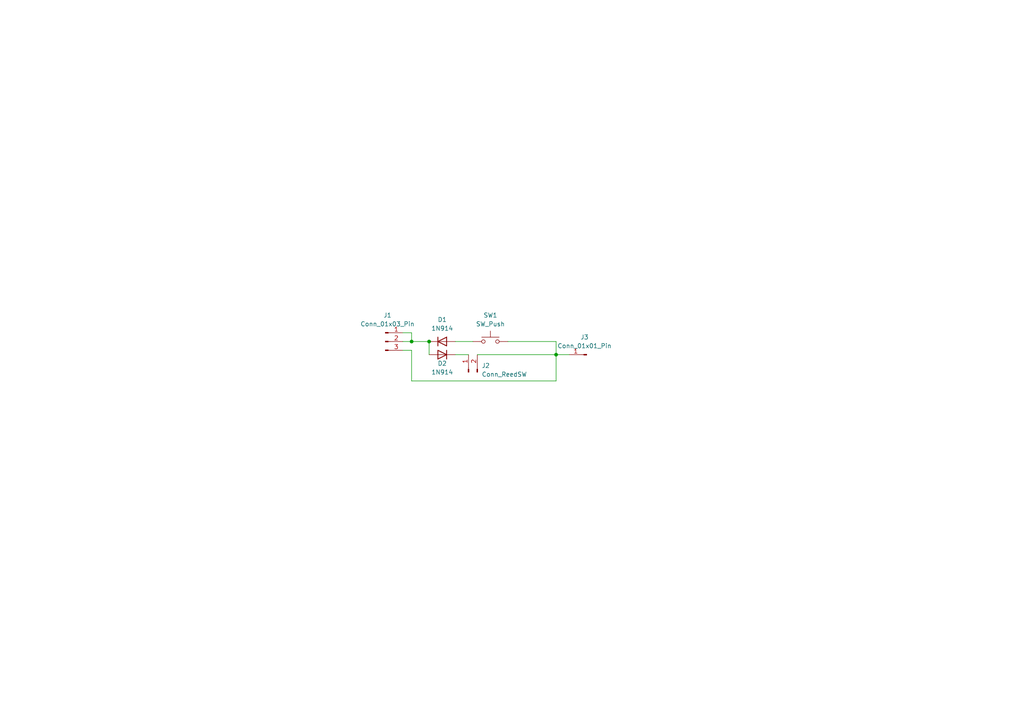
<source format=kicad_sch>
(kicad_sch (version 20230121) (generator eeschema)
  (paper "A4")
  (title_block (title "Trapdoor Grid") (date "2024-01-10") (rev "0.1") (company "Bangor University"))
  (lib_symbols
    (symbol "Connector:Conn_01x01_Pin" (pin_names (offset 1.016) hide)
      (property "Reference" "J" (at 0 2.54 0))
      (property "Value" "Conn_01x01_Pin" (at 0 -2.54 0))
      (symbol "Conn_01x01_Pin_1_1"
        (polyline (pts (xy 1.27 0) (xy 0.8636 0)) (stroke (width 0.1524)))
        (rectangle (start 0.8636 0.127) (end 0 -0.127) (stroke (width 0.1524)) (fill (type outline)))
        (pin passive line (at 5.08 0 180) (length 3.81) (name "Pin_1") (number "1"))
      )
    )
    (symbol "Connector:Conn_01x02_Pin" (pin_names (offset 1.016) hide)
      (property "Reference" "J" (at 0 2.54 0))
      (property "Value" "Conn_01x02_Pin" (at 0 -5.08 0))
      (symbol "Conn_01x02_Pin_1_1"
        (polyline (pts (xy 1.27 -2.54) (xy 0.8636 -2.54)) (stroke (width 0.1524)))
        (polyline (pts (xy 1.27 0) (xy 0.8636 0)) (stroke (width 0.1524)))
        (rectangle (start 0.8636 -2.413) (end 0 -2.667) (stroke (width 0.1524)) (fill (type outline)))
        (rectangle (start 0.8636 0.127) (end 0 -0.127) (stroke (width 0.1524)) (fill (type outline)))
        (pin passive line (at 5.08 0 180) (length 3.81) (name "Pin_1") (number "1"))
        (pin passive line (at 5.08 -2.54 180) (length 3.81) (name "Pin_2") (number "2"))
      )
    )
    (symbol "Connector:Conn_01x03_Pin" (pin_names (offset 1.016) hide)
      (property "Reference" "J" (at 0 5.08 0))
      (property "Value" "Conn_01x03_Pin" (at 0 -5.08 0))
      (symbol "Conn_01x03_Pin_1_1"
        (polyline (pts (xy 1.27 -2.54) (xy 0.8636 -2.54)) (stroke (width 0.1524)))
        (polyline (pts (xy 1.27 0) (xy 0.8636 0)) (stroke (width 0.1524)))
        (polyline (pts (xy 1.27 2.54) (xy 0.8636 2.54)) (stroke (width 0.1524)))
        (rectangle (start 0.8636 -2.413) (end 0 -2.667) (stroke (width 0.1524)) (fill (type outline)))
        (rectangle (start 0.8636 0.127) (end 0 -0.127) (stroke (width 0.1524)) (fill (type outline)))
        (rectangle (start 0.8636 2.667) (end 0 2.413) (stroke (width 0.1524)) (fill (type outline)))
        (pin passive line (at 5.08 2.54 180) (length 3.81) (name "Pin_1") (number "1"))
        (pin passive line (at 5.08 0 180) (length 3.81) (name "Pin_2") (number "2"))
        (pin passive line (at 5.08 -2.54 180) (length 3.81) (name "Pin_3") (number "3"))
      )
    )
    (symbol "Diode:1N914" (pin_numbers hide) (pin_names hide)
      (property "Reference" "D" (at 0 2.54 0))
      (property "Value" "1N914" (at 0 -2.54 0))
      (symbol "1N914_0_1"
        (polyline (pts (xy -1.27 1.27) (xy -1.27 -1.27)) (stroke (width 0.254)))
        (polyline (pts (xy 1.27 0) (xy -1.27 0)))
        (polyline (pts (xy 1.27 1.27) (xy 1.27 -1.27) (xy -1.27 0) (xy 1.27 1.27)) (stroke (width 0.254)))
      )
      (symbol "1N914_1_1"
        (pin passive line (at -3.81 0 0) (length 2.54) (name "K") (number "1"))
        (pin passive line (at 3.81 0 180) (length 2.54) (name "A") (number "2"))
      )
    )
    (symbol "Switch:SW_Push" (pin_numbers hide) (pin_names (offset 1.016) hide)
      (property "Reference" "SW" (at 1.27 2.54 0))
      (property "Value" "SW_Push" (at 0 -1.524 0))
      (symbol "SW_Push_0_1"
        (circle (center -2.032 0) (radius 0.508))
        (polyline (pts (xy 0 1.27) (xy 0 3.048)))
        (polyline (pts (xy 2.54 1.27) (xy -2.54 1.27)))
        (circle (center 2.032 0) (radius 0.508))
        (pin passive line (at -5.08 0 0) (length 2.54) (name "1") (number "1"))
        (pin passive line (at 5.08 0 180) (length 2.54) (name "2") (number "2"))
      )
    )
  )
  (junction (at 124.46 99.06))
  (junction (at 119.38 99.06))
  (junction (at 161.29 102.87))
  (wire (pts (xy 116.84 101.6) (xy 119.38 101.6)))
  (wire (pts (xy 138.43 102.87) (xy 161.29 102.87)))
  (wire (pts (xy 147.32 99.06) (xy 161.29 99.06)))
  (wire (pts (xy 119.38 101.6) (xy 119.38 110.49)))
  (wire (pts (xy 132.08 102.87) (xy 135.89 102.87)))
  (wire (pts (xy 116.84 96.52) (xy 119.38 96.52)))
  (wire (pts (xy 124.46 99.06) (xy 124.46 102.87)))
  (wire (pts (xy 161.29 102.87) (xy 161.29 110.49)))
  (wire (pts (xy 119.38 110.49) (xy 161.29 110.49)))
  (wire (pts (xy 132.08 99.06) (xy 137.16 99.06)))
  (wire (pts (xy 161.29 102.87) (xy 165.1 102.87)))
  (wire (pts (xy 119.38 99.06) (xy 124.46 99.06)))
  (wire (pts (xy 119.38 96.52) (xy 119.38 99.06)))
  (wire (pts (xy 116.84 99.06) (xy 119.38 99.06)))
  (wire (pts (xy 161.29 99.06) (xy 161.29 102.87)))
  (symbol (lib_id "Connector:Conn_01x01_Pin") (at 170.18 102.87 180) (unit 1)
    (property "Reference" "J3" (at 169.545 97.79 0))
    (property "Value" "Conn_01x01_Pin" (at 169.545 100.33 0))
    (property "Footprint" "Connector_PinHeader_2.54mm:PinHeader_1x01_P2.54mm_Vertical" (effects hide))
  )
  (symbol (lib_id "Diode:1N914") (at 128.27 102.87 180) (unit 1)
    (property "Reference" "D2" (at 128.27 105.41 0))
    (property "Value" "1N914" (at 128.27 107.95 0))
    (property "Footprint" "Diode_THT:D_DO-35_SOD27_P7.62mm_Horizontal" (effects hide))
    (property "Datasheet" "http://www.vishay.com/docs/85622/1n914.pdf" (effects hide))
    (property "Sim.Device" "D" (effects hide))
    (property "Sim.Pins" "1=K 2=A" (effects hide))
  )
  (symbol (lib_id "Switch:SW_Push") (at 142.24 99.06 0) (unit 1)
    (property "Reference" "SW1" (at 142.24 91.44 0))
    (property "Value" "SW_Push" (at 142.24 93.98 0))
    (property "Footprint" "Button_Switch_THT:SW_PUSH_6mm_H8mm" (effects hide))
  )
  (symbol (lib_id "Connector:Conn_01x02_Pin") (at 135.89 107.95 90) (unit 1)
    (property "Reference" "J2" (at 139.7 106.045 90) (effects (justify right)))
    (property "Value" "Conn_ReedSW" (at 139.7 108.585 90) (effects (justify right)))
    (property "Footprint" "Connector_PinHeader_2.54mm:PinHeader_1x02_P2.54mm_Vertical" (effects hide))
  )
  (symbol (lib_id "Diode:1N914") (at 128.27 99.06 0) (unit 1)
    (property "Reference" "D1" (at 128.27 92.71 0))
    (property "Value" "1N914" (at 128.27 95.25 0))
    (property "Footprint" "Diode_THT:D_DO-35_SOD27_P7.62mm_Horizontal" (effects hide))
    (property "Datasheet" "http://www.vishay.com/docs/85622/1n914.pdf" (effects hide))
    (property "Sim.Device" "D" (effects hide))
    (property "Sim.Pins" "1=K 2=A" (effects hide))
  )
  (symbol (lib_id "Connector:Conn_01x03_Pin") (at 111.76 99.06 0) (unit 1)
    (property "Reference" "J1" (at 112.395 91.44 0))
    (property "Value" "Conn_01x03_Pin" (at 112.395 93.98 0))
    (property "Footprint" "Connector_PinHeader_2.54mm:PinHeader_1x03_P2.54mm_Vertical" (effects hide))
  )
)
</source>
